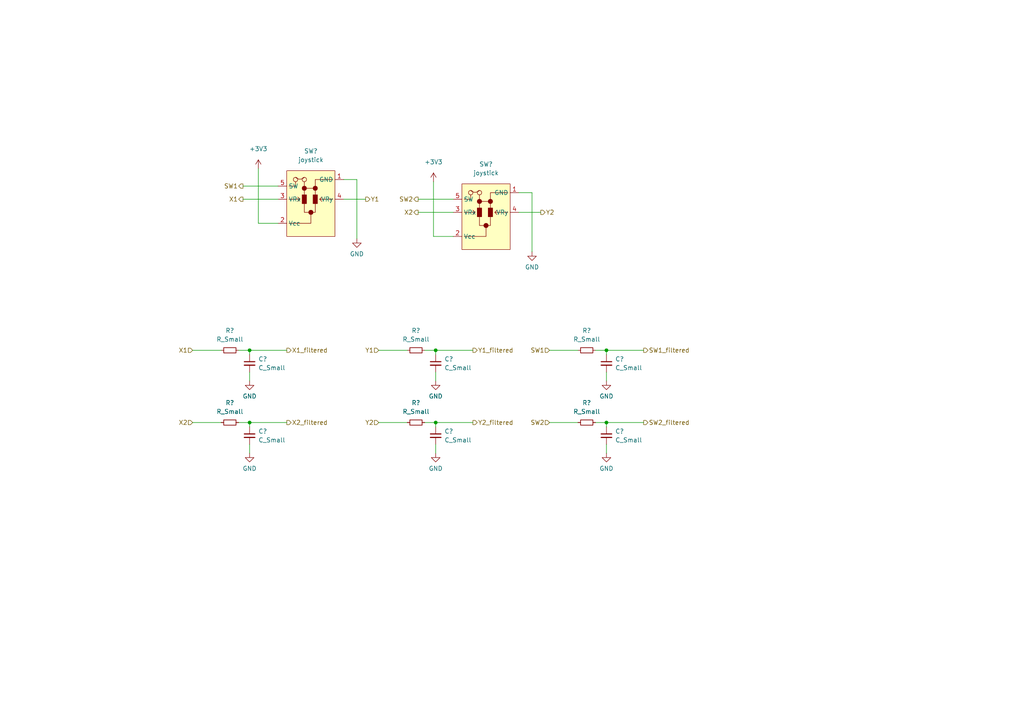
<source format=kicad_sch>
(kicad_sch (version 20211123) (generator eeschema)
  (paper "A4")
  (lib_symbols
    (symbol "Device:C_Small" (pin_numbers hide) (pin_names (offset 0.254) hide)
      (property "Reference" "C" (at 0.254 1.778 0))
      (property "Value" "C_Small" (at 0.254 -2.032 0))
      (symbol "C_Small_0_1"
        (polyline (pts (xy -1.524 -0.508) (xy 1.524 -0.508)) (stroke (width 0.3302)))
        (polyline (pts (xy -1.524 0.508) (xy 1.524 0.508)) (stroke (width 0.3048)))
      )
      (symbol "C_Small_1_1"
        (pin passive line (at 0 2.54 270) (length 2.032) (name "~") (number "1"))
        (pin passive line (at 0 -2.54 90) (length 2.032) (name "~") (number "2"))
      )
    )
    (symbol "Device:R_Small" (pin_numbers hide) (pin_names (offset 0.254) hide)
      (property "Reference" "R" (at 0.762 0.508 0))
      (property "Value" "R_Small" (at 0.762 -1.016 0))
      (symbol "R_Small_0_1"
        (rectangle (start -0.762 1.778) (end 0.762 -1.778) (stroke (width 0.2032)))
      )
      (symbol "R_Small_1_1"
        (pin passive line (at 0 2.54 270) (length 0.762) (name "~") (number "1"))
        (pin passive line (at 0 -2.54 90) (length 0.762) (name "~") (number "2"))
      )
    )
    (symbol "Switch:joystick"
      (property "Reference" "SW" (at -3.81 10.795 0))
      (property "Value" "joystick" (at -3.81 10.795 0))
      (symbol "joystick_0_1"
        (rectangle (start -6.985 9.525) (end 6.985 -9.525) (fill (type background)))
        (circle (center -4.445 6.985) (radius 0.635))
        (arc (start -4.445 7.62) (mid -3.175 4.5502) (end -1.905 7.62))
        (rectangle (start -2.54 2.54) (end -1.27 0) (fill (type outline)))
        (circle (center -1.905 4.445) (radius 0.635) (fill (type outline)))
        (circle (center -1.905 6.985) (radius 0.635))
        (circle (center 0 -2.54) (radius 0.635) (fill (type outline)))
        (polyline (pts (xy -3.175 1.27) (xy -3.81 0.635)))
        (polyline (pts (xy -1.905 4.445) (xy 1.27 4.445)))
        (polyline (pts (xy -1.905 6.35) (xy -1.905 2.54)))
        (polyline (pts (xy 2.54 1.27) (xy 6.35 1.27)))
        (polyline (pts (xy -6.35 -5.715) (xy 0 -5.715) (xy 0 -2.54)))
        (polyline (pts (xy -6.35 1.27) (xy -3.175 1.27) (xy -3.81 1.905)))
        (polyline (pts (xy -4.445 6.35) (xy -4.445 5.08) (xy -6.35 5.08)))
        (polyline (pts (xy 1.27 2.54) (xy 1.27 6.985) (xy 6.35 6.985)))
        (polyline (pts (xy 3.175 1.905) (xy 2.54 1.27) (xy 3.175 0.635)))
        (polyline (pts (xy 1.27 0) (xy 1.27 -2.54) (xy -1.905 -2.54) (xy -1.905 0)))
        (rectangle (start 0.635 2.54) (end 1.905 0) (fill (type outline)))
        (circle (center 1.27 4.445) (radius 0.635) (fill (type outline)))
      )
      (symbol "joystick_1_1"
        (pin input line (at 9.525 6.985 180) (length 2.54) (name "GND") (number "1"))
        (pin input line (at -9.525 -5.715 0) (length 2.54) (name "Vcc") (number "2"))
        (pin output line (at -9.525 1.27 0) (length 2.54) (name "VRx") (number "3"))
        (pin output line (at 9.525 1.27 180) (length 2.54) (name "VRy") (number "4"))
        (pin output line (at -9.525 5.08 0) (length 2.54) (name "SW") (number "5"))
      )
    )
    (symbol "power:+3V3" (power) (pin_names (offset 0))
      (property "Value" "+3V3" (at 0 3.556 0))
      (symbol "+3V3_0_1"
        (polyline (pts (xy -0.762 1.27) (xy 0 2.54)))
        (polyline (pts (xy 0 0) (xy 0 2.54)))
        (polyline (pts (xy 0 2.54) (xy 0.762 1.27)))
      )
      (symbol "+3V3_1_1"
        (pin power_in line (at 0 0 90) (length 0) hide (name "+3V3") (number "1"))
      )
    )
    (symbol "power:GND" (power) (pin_names (offset 0))
      (property "Value" "GND" (at 0 -3.81 0))
      (symbol "GND_0_1"
        (polyline (pts (xy 0 0) (xy 0 -1.27) (xy 1.27 -1.27) (xy 0 -2.54) (xy -1.27 -1.27) (xy 0 -1.27)))
      )
      (symbol "GND_1_1"
        (pin power_in line (at 0 0 270) (length 0) hide (name "GND") (number "1"))
      )
    )
  )
  (junction (at 126.365 101.6))
  (junction (at 72.39 101.6))
  (junction (at 126.365 122.555))
  (junction (at 175.895 122.555))
  (junction (at 72.39 122.555))
  (junction (at 175.895 101.6))
  (wire (pts (xy 99.695 57.785) (xy 106.045 57.785)))
  (wire (pts (xy 103.505 52.07) (xy 99.695 52.07)))
  (wire (pts (xy 72.39 128.905) (xy 72.39 131.445)))
  (wire (pts (xy 72.39 101.6) (xy 83.185 101.6)))
  (wire (pts (xy 125.73 68.58) (xy 131.445 68.58)))
  (wire (pts (xy 159.385 101.6) (xy 167.64 101.6)))
  (wire (pts (xy 55.88 122.555) (xy 64.135 122.555)))
  (wire (pts (xy 154.305 55.88) (xy 150.495 55.88)))
  (wire (pts (xy 126.365 122.555) (xy 126.365 123.825)))
  (wire (pts (xy 74.93 64.77) (xy 80.645 64.77)))
  (wire (pts (xy 126.365 128.905) (xy 126.365 131.445)))
  (wire (pts (xy 121.285 61.595) (xy 131.445 61.595)))
  (wire (pts (xy 123.19 101.6) (xy 126.365 101.6)))
  (wire (pts (xy 175.895 128.905) (xy 175.895 131.445)))
  (wire (pts (xy 126.365 101.6) (xy 137.16 101.6)))
  (wire (pts (xy 70.485 53.975) (xy 80.645 53.975)))
  (wire (pts (xy 150.495 61.595) (xy 156.845 61.595)))
  (wire (pts (xy 175.895 122.555) (xy 175.895 123.825)))
  (wire (pts (xy 55.88 101.6) (xy 64.135 101.6)))
  (wire (pts (xy 175.895 122.555) (xy 186.69 122.555)))
  (wire (pts (xy 125.73 52.705) (xy 125.73 68.58)))
  (wire (pts (xy 72.39 107.95) (xy 72.39 110.49)))
  (wire (pts (xy 126.365 101.6) (xy 126.365 102.87)))
  (wire (pts (xy 72.39 101.6) (xy 72.39 102.87)))
  (wire (pts (xy 74.93 48.895) (xy 74.93 64.77)))
  (wire (pts (xy 172.72 122.555) (xy 175.895 122.555)))
  (wire (pts (xy 126.365 122.555) (xy 137.16 122.555)))
  (wire (pts (xy 72.39 122.555) (xy 72.39 123.825)))
  (wire (pts (xy 109.855 101.6) (xy 118.11 101.6)))
  (wire (pts (xy 109.855 122.555) (xy 118.11 122.555)))
  (wire (pts (xy 126.365 107.95) (xy 126.365 110.49)))
  (wire (pts (xy 154.305 73.025) (xy 154.305 55.88)))
  (wire (pts (xy 103.505 69.215) (xy 103.505 52.07)))
  (wire (pts (xy 175.895 101.6) (xy 175.895 102.87)))
  (wire (pts (xy 172.72 101.6) (xy 175.895 101.6)))
  (wire (pts (xy 175.895 107.95) (xy 175.895 110.49)))
  (wire (pts (xy 175.895 101.6) (xy 186.69 101.6)))
  (wire (pts (xy 69.215 122.555) (xy 72.39 122.555)))
  (wire (pts (xy 121.285 57.785) (xy 131.445 57.785)))
  (wire (pts (xy 72.39 122.555) (xy 83.185 122.555)))
  (wire (pts (xy 70.485 57.785) (xy 80.645 57.785)))
  (wire (pts (xy 123.19 122.555) (xy 126.365 122.555)))
  (wire (pts (xy 69.215 101.6) (xy 72.39 101.6)))
  (wire (pts (xy 159.385 122.555) (xy 167.64 122.555)))
  (hierarchical_label "SW2" (shape output) (at 121.285 57.785 180))
  (hierarchical_label "Y2_filtered" (shape output) (at 137.16 122.555 0))
  (hierarchical_label "X1" (shape input) (at 55.88 101.6 180))
  (hierarchical_label "X2" (shape input) (at 55.88 122.555 180))
  (hierarchical_label "SW1" (shape output) (at 70.485 53.975 180))
  (hierarchical_label "Y1" (shape input) (at 109.855 101.6 180))
  (hierarchical_label "SW2_filtered" (shape output) (at 186.69 122.555 0))
  (hierarchical_label "X2" (shape output) (at 121.285 61.595 180))
  (hierarchical_label "Y1" (shape output) (at 106.045 57.785 0))
  (hierarchical_label "Y2" (shape input) (at 109.855 122.555 180))
  (hierarchical_label "X1" (shape output) (at 70.485 57.785 180))
  (hierarchical_label "SW1_filtered" (shape output) (at 186.69 101.6 0))
  (hierarchical_label "X2_filtered" (shape output) (at 83.185 122.555 0))
  (hierarchical_label "Y1_filtered" (shape output) (at 137.16 101.6 0))
  (hierarchical_label "SW2" (shape input) (at 159.385 122.555 180))
  (hierarchical_label "Y2" (shape output) (at 156.845 61.595 0))
  (hierarchical_label "X1_filtered" (shape output) (at 83.185 101.6 0))
  (hierarchical_label "SW1" (shape input) (at 159.385 101.6 180))
  (symbol (lib_id "Device:R_Small") (at 66.675 101.6 90) (unit 1)
    (property "Reference" "R?" (at 66.675 95.885 90))
    (property "Value" "R_Small" (at 66.675 98.425 90))
  )
  (symbol (lib_id "Device:R_Small") (at 170.18 122.555 90) (unit 1)
    (property "Reference" "R?" (at 170.18 116.84 90))
    (property "Value" "R_Small" (at 170.18 119.38 90))
  )
  (symbol (lib_id "Device:R_Small") (at 170.18 101.6 90) (unit 1)
    (property "Reference" "R?" (at 170.18 95.885 90))
    (property "Value" "R_Small" (at 170.18 98.425 90))
  )
  (symbol (lib_id "power:+3V3") (at 74.93 48.895 0) (unit 1)
    (property "Reference" "#PWR?" (effects hide))
    (property "Value" "+3V3" (at 74.93 43.18 0))
  )
  (symbol (lib_id "Switch:joystick") (at 140.97 62.865 0) (unit 1)
    (property "Reference" "SW?" (at 140.97 47.625 0))
    (property "Value" "joystick" (at 140.97 50.165 0))
    (property "Footprint" "Button_Switch_THT:SW_TH_Tactile_Omron_B3F-10xx" (effects hide))
  )
  (symbol (lib_id "Device:C_Small") (at 126.365 105.41 0) (unit 1)
    (property "Reference" "C?" (at 128.905 104.1462 0) (effects (justify left)))
    (property "Value" "C_Small" (at 128.905 106.6862 0) (effects (justify left)))
  )
  (symbol (lib_id "Device:C_Small") (at 175.895 105.41 0) (unit 1)
    (property "Reference" "C?" (at 178.435 104.1462 0) (effects (justify left)))
    (property "Value" "C_Small" (at 178.435 106.6862 0) (effects (justify left)))
  )
  (symbol (lib_id "Switch:joystick") (at 90.17 59.055 0) (unit 1)
    (property "Reference" "SW?" (at 90.17 43.815 0))
    (property "Value" "joystick" (at 90.17 46.355 0))
    (property "Footprint" "Button_Switch_THT:SW_TH_Tactile_Omron_B3F-10xx" (effects hide))
  )
  (symbol (lib_id "power:GND") (at 126.365 131.445 0) (unit 1)
    (property "Reference" "#PWR?" (effects hide))
    (property "Value" "GND" (at 126.365 135.89 0))
  )
  (symbol (lib_id "Device:R_Small") (at 66.675 122.555 90) (unit 1)
    (property "Reference" "R?" (at 66.675 116.84 90))
    (property "Value" "R_Small" (at 66.675 119.38 90))
  )
  (symbol (lib_id "Device:C_Small") (at 175.895 126.365 0) (unit 1)
    (property "Reference" "C?" (at 178.435 125.1012 0) (effects (justify left)))
    (property "Value" "C_Small" (at 178.435 127.6412 0) (effects (justify left)))
  )
  (symbol (lib_id "power:GND") (at 72.39 131.445 0) (unit 1)
    (property "Reference" "#PWR?" (effects hide))
    (property "Value" "GND" (at 72.39 135.89 0))
  )
  (symbol (lib_id "power:GND") (at 154.305 73.025 0) (unit 1)
    (property "Reference" "#PWR?" (effects hide))
    (property "Value" "GND" (at 154.305 77.47 0))
  )
  (symbol (lib_id "power:GND") (at 175.895 110.49 0) (unit 1)
    (property "Reference" "#PWR?" (effects hide))
    (property "Value" "GND" (at 175.895 114.935 0))
  )
  (symbol (lib_id "power:GND") (at 103.505 69.215 0) (unit 1)
    (property "Reference" "#PWR?" (effects hide))
    (property "Value" "GND" (at 103.505 73.66 0))
  )
  (symbol (lib_id "Device:C_Small") (at 72.39 105.41 0) (unit 1)
    (property "Reference" "C?" (at 74.93 104.1462 0) (effects (justify left)))
    (property "Value" "C_Small" (at 74.93 106.6862 0) (effects (justify left)))
  )
  (symbol (lib_id "Device:R_Small") (at 120.65 122.555 90) (unit 1)
    (property "Reference" "R?" (at 120.65 116.84 90))
    (property "Value" "R_Small" (at 120.65 119.38 90))
  )
  (symbol (lib_id "power:GND") (at 175.895 131.445 0) (unit 1)
    (property "Reference" "#PWR?" (effects hide))
    (property "Value" "GND" (at 175.895 135.89 0))
  )
  (symbol (lib_id "Device:R_Small") (at 120.65 101.6 90) (unit 1)
    (property "Reference" "R?" (at 120.65 95.885 90))
    (property "Value" "R_Small" (at 120.65 98.425 90))
  )
  (symbol (lib_id "Device:C_Small") (at 126.365 126.365 0) (unit 1)
    (property "Reference" "C?" (at 128.905 125.1012 0) (effects (justify left)))
    (property "Value" "C_Small" (at 128.905 127.6412 0) (effects (justify left)))
  )
  (symbol (lib_id "power:GND") (at 72.39 110.49 0) (unit 1)
    (property "Reference" "#PWR?" (effects hide))
    (property "Value" "GND" (at 72.39 114.935 0))
  )
  (symbol (lib_id "power:+3V3") (at 125.73 52.705 0) (unit 1)
    (property "Reference" "#PWR?" (effects hide))
    (property "Value" "+3V3" (at 125.73 46.99 0))
  )
  (symbol (lib_id "Device:C_Small") (at 72.39 126.365 0) (unit 1)
    (property "Reference" "C?" (at 74.93 125.1012 0) (effects (justify left)))
    (property "Value" "C_Small" (at 74.93 127.6412 0) (effects (justify left)))
  )
  (symbol (lib_id "power:GND") (at 126.365 110.49 0) (unit 1)
    (property "Reference" "#PWR?" (effects hide))
    (property "Value" "GND" (at 126.365 114.935 0))
  )
)
</source>
